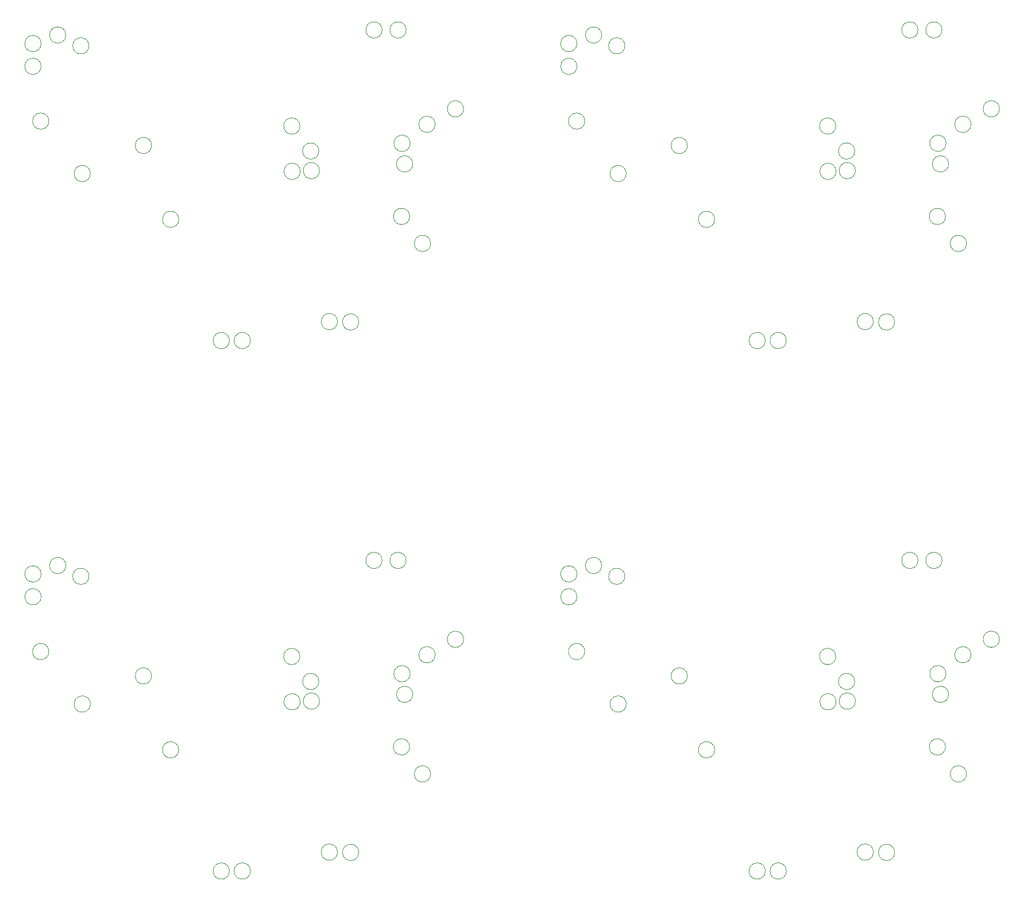
<source format=gbo>
G04 #@! TF.GenerationSoftware,KiCad,Pcbnew,6.0.0-d3dd2cf0fa~116~ubuntu20.04.1*
G04 #@! TF.CreationDate,2023-02-24T20:08:58+00:00*
G04 #@! TF.ProjectId,pixel-pump-mainboard-panel,70697865-6c2d-4707-956d-702d6d61696e,9*
G04 #@! TF.SameCoordinates,Original*
G04 #@! TF.FileFunction,Legend,Bot*
G04 #@! TF.FilePolarity,Positive*
%FSLAX46Y46*%
G04 Gerber Fmt 4.6, Leading zero omitted, Abs format (unit mm)*
G04 Created by KiCad (PCBNEW 6.0.0-d3dd2cf0fa~116~ubuntu20.04.1) date 2023-02-24 20:08:58*
%MOMM*%
%LPD*%
G01*
G04 APERTURE LIST*
%ADD10C,0.120000*%
G04 APERTURE END LIST*
D10*
G04 #@! TO.C,TP31*
X140693800Y-150005219D02*
G75*
G03*
X140693800Y-150005219I-1200000J0D01*
G01*
G04 #@! TO.C,TP1*
X45717200Y-74488799D02*
G75*
G03*
X45717200Y-74488799I-1200000J0D01*
G01*
G04 #@! TO.C,TP22*
X148186800Y-56175399D02*
G75*
G03*
X148186800Y-56175399I-1200000J0D01*
G01*
G04 #@! TO.C,TP24*
X77137000Y-118560019D02*
G75*
G03*
X77137000Y-118560019I-1200000J0D01*
G01*
G04 #@! TO.C,TP2*
X42618400Y-152748419D02*
G75*
G03*
X42618400Y-152748419I-1200000J0D01*
G01*
G04 #@! TO.C,TP31*
X61693800Y-71745599D02*
G75*
G03*
X61693800Y-71745599I-1200000J0D01*
G01*
G04 #@! TO.C,TP28*
X55801000Y-124783019D02*
G75*
G03*
X55801000Y-124783019I-1200000J0D01*
G01*
G04 #@! TO.C,TP5*
X35150800Y-134866819D02*
G75*
G03*
X35150800Y-134866819I-1200000J0D01*
G01*
G04 #@! TO.C,TP22*
X69186800Y-56175399D02*
G75*
G03*
X69186800Y-56175399I-1200000J0D01*
G01*
G04 #@! TO.C,TP11*
X31137600Y-45710599D02*
G75*
G03*
X31137600Y-45710599I-1200000J0D01*
G01*
G04 #@! TO.C,TP16*
X101120600Y-49850799D02*
G75*
G03*
X101120600Y-49850799I-1200000J0D01*
G01*
G04 #@! TO.C,TP11*
X31137600Y-123970219D02*
G75*
G03*
X31137600Y-123970219I-1200000J0D01*
G01*
G04 #@! TO.C,TP15*
X148644000Y-126688019D02*
G75*
G03*
X148644000Y-126688019I-1200000J0D01*
G01*
G04 #@! TO.C,TP14*
X148263000Y-45380399D02*
G75*
G03*
X148263000Y-45380399I-1200000J0D01*
G01*
G04 #@! TO.C,TP16*
X101120600Y-128110419D02*
G75*
G03*
X101120600Y-128110419I-1200000J0D01*
G01*
G04 #@! TO.C,TP1*
X124717200Y-74488799D02*
G75*
G03*
X124717200Y-74488799I-1200000J0D01*
G01*
G04 #@! TO.C,TP6*
X68669000Y-106922019D02*
G75*
G03*
X68669000Y-106922019I-1200000J0D01*
G01*
G04 #@! TO.C,TP5*
X114150800Y-56607199D02*
G75*
G03*
X114150800Y-56607199I-1200000J0D01*
G01*
G04 #@! TO.C,TP12*
X72946000Y-120846019D02*
G75*
G03*
X72946000Y-120846019I-1200000J0D01*
G01*
G04 #@! TO.C,TP26*
X53007000Y-121100019D02*
G75*
G03*
X53007000Y-121100019I-1200000J0D01*
G01*
G04 #@! TO.C,TP23*
X72285600Y-138422819D02*
G75*
G03*
X72285600Y-138422819I-1200000J0D01*
G01*
G04 #@! TO.C,TP10*
X14850000Y-112288019D02*
G75*
G03*
X14850000Y-112288019I-1200000J0D01*
G01*
G04 #@! TO.C,TP9*
X21917400Y-31003999D02*
G75*
G03*
X21917400Y-31003999I-1200000J0D01*
G01*
G04 #@! TO.C,TP22*
X148186800Y-134435019D02*
G75*
G03*
X148186800Y-134435019I-1200000J0D01*
G01*
G04 #@! TO.C,TP31*
X61693800Y-150005219D02*
G75*
G03*
X61693800Y-150005219I-1200000J0D01*
G01*
G04 #@! TO.C,TP13*
X95000000Y-42116399D02*
G75*
G03*
X95000000Y-42116399I-1200000J0D01*
G01*
G04 #@! TO.C,TP27*
X53057800Y-127780219D02*
G75*
G03*
X53057800Y-127780219I-1200000J0D01*
G01*
G04 #@! TO.C,TP10*
X93850000Y-34028399D02*
G75*
G03*
X93850000Y-34028399I-1200000J0D01*
G01*
G04 #@! TO.C,TP24*
X156137000Y-40300399D02*
G75*
G03*
X156137000Y-40300399I-1200000J0D01*
G01*
G04 #@! TO.C,TP16*
X22120600Y-49850799D02*
G75*
G03*
X22120600Y-49850799I-1200000J0D01*
G01*
G04 #@! TO.C,TP27*
X53057800Y-49520599D02*
G75*
G03*
X53057800Y-49520599I-1200000J0D01*
G01*
G04 #@! TO.C,TP23*
X151285600Y-60163199D02*
G75*
G03*
X151285600Y-60163199I-1200000J0D01*
G01*
G04 #@! TO.C,TP20*
X137544200Y-71694799D02*
G75*
G03*
X137544200Y-71694799I-1200000J0D01*
G01*
G04 #@! TO.C,TP26*
X132007000Y-42840399D02*
G75*
G03*
X132007000Y-42840399I-1200000J0D01*
G01*
G04 #@! TO.C,TP4*
X14850000Y-30666399D02*
G75*
G03*
X14850000Y-30666399I-1200000J0D01*
G01*
G04 #@! TO.C,TP31*
X140693800Y-71745599D02*
G75*
G03*
X140693800Y-71745599I-1200000J0D01*
G01*
G04 #@! TO.C,TP2*
X42618400Y-74488799D02*
G75*
G03*
X42618400Y-74488799I-1200000J0D01*
G01*
G04 #@! TO.C,TP28*
X134801000Y-46523399D02*
G75*
G03*
X134801000Y-46523399I-1200000J0D01*
G01*
G04 #@! TO.C,TP2*
X121618400Y-152748419D02*
G75*
G03*
X121618400Y-152748419I-1200000J0D01*
G01*
G04 #@! TO.C,TP27*
X132057800Y-127780219D02*
G75*
G03*
X132057800Y-127780219I-1200000J0D01*
G01*
G04 #@! TO.C,TP16*
X22120600Y-128110419D02*
G75*
G03*
X22120600Y-128110419I-1200000J0D01*
G01*
G04 #@! TO.C,TP5*
X35150800Y-56607199D02*
G75*
G03*
X35150800Y-56607199I-1200000J0D01*
G01*
G04 #@! TO.C,TP14*
X148263000Y-123640019D02*
G75*
G03*
X148263000Y-123640019I-1200000J0D01*
G01*
G04 #@! TO.C,TP20*
X58544200Y-71694799D02*
G75*
G03*
X58544200Y-71694799I-1200000J0D01*
G01*
G04 #@! TO.C,TP22*
X69186800Y-134435019D02*
G75*
G03*
X69186800Y-134435019I-1200000J0D01*
G01*
G04 #@! TO.C,TP20*
X137544200Y-149954419D02*
G75*
G03*
X137544200Y-149954419I-1200000J0D01*
G01*
G04 #@! TO.C,TP15*
X69644000Y-48428399D02*
G75*
G03*
X69644000Y-48428399I-1200000J0D01*
G01*
G04 #@! TO.C,TP2*
X121618400Y-74488799D02*
G75*
G03*
X121618400Y-74488799I-1200000J0D01*
G01*
G04 #@! TO.C,TP4*
X14850000Y-108926019D02*
G75*
G03*
X14850000Y-108926019I-1200000J0D01*
G01*
G04 #@! TO.C,TP20*
X58544200Y-149954419D02*
G75*
G03*
X58544200Y-149954419I-1200000J0D01*
G01*
G04 #@! TO.C,TP25*
X134902600Y-127678619D02*
G75*
G03*
X134902600Y-127678619I-1200000J0D01*
G01*
G04 #@! TO.C,TP24*
X77137000Y-40300399D02*
G75*
G03*
X77137000Y-40300399I-1200000J0D01*
G01*
G04 #@! TO.C,TP6*
X147669000Y-28662399D02*
G75*
G03*
X147669000Y-28662399I-1200000J0D01*
G01*
G04 #@! TO.C,TP13*
X95000000Y-120376019D02*
G75*
G03*
X95000000Y-120376019I-1200000J0D01*
G01*
G04 #@! TO.C,TP25*
X134902600Y-49418999D02*
G75*
G03*
X134902600Y-49418999I-1200000J0D01*
G01*
G04 #@! TO.C,TP11*
X110137600Y-123970219D02*
G75*
G03*
X110137600Y-123970219I-1200000J0D01*
G01*
G04 #@! TO.C,TP26*
X53007000Y-42840399D02*
G75*
G03*
X53007000Y-42840399I-1200000J0D01*
G01*
G04 #@! TO.C,TP9*
X100917400Y-109263619D02*
G75*
G03*
X100917400Y-109263619I-1200000J0D01*
G01*
G04 #@! TO.C,TP6*
X68669000Y-28662399D02*
G75*
G03*
X68669000Y-28662399I-1200000J0D01*
G01*
G04 #@! TO.C,TP23*
X72285600Y-60163199D02*
G75*
G03*
X72285600Y-60163199I-1200000J0D01*
G01*
G04 #@! TO.C,TP9*
X100917400Y-31003999D02*
G75*
G03*
X100917400Y-31003999I-1200000J0D01*
G01*
G04 #@! TO.C,TP11*
X110137600Y-45710599D02*
G75*
G03*
X110137600Y-45710599I-1200000J0D01*
G01*
G04 #@! TO.C,TP12*
X72946000Y-42586399D02*
G75*
G03*
X72946000Y-42586399I-1200000J0D01*
G01*
G04 #@! TO.C,TP7*
X97500000Y-29416399D02*
G75*
G03*
X97500000Y-29416399I-1200000J0D01*
G01*
G04 #@! TO.C,TP15*
X69644000Y-126688019D02*
G75*
G03*
X69644000Y-126688019I-1200000J0D01*
G01*
G04 #@! TO.C,TP28*
X134801000Y-124783019D02*
G75*
G03*
X134801000Y-124783019I-1200000J0D01*
G01*
G04 #@! TO.C,TP23*
X151285600Y-138422819D02*
G75*
G03*
X151285600Y-138422819I-1200000J0D01*
G01*
G04 #@! TO.C,TP28*
X55801000Y-46523399D02*
G75*
G03*
X55801000Y-46523399I-1200000J0D01*
G01*
G04 #@! TO.C,TP13*
X16000000Y-42116399D02*
G75*
G03*
X16000000Y-42116399I-1200000J0D01*
G01*
G04 #@! TO.C,TP14*
X69263000Y-45380399D02*
G75*
G03*
X69263000Y-45380399I-1200000J0D01*
G01*
G04 #@! TO.C,TP13*
X16000000Y-120376019D02*
G75*
G03*
X16000000Y-120376019I-1200000J0D01*
G01*
G04 #@! TO.C,TP12*
X151946000Y-42586399D02*
G75*
G03*
X151946000Y-42586399I-1200000J0D01*
G01*
G04 #@! TO.C,TP25*
X55902600Y-49418999D02*
G75*
G03*
X55902600Y-49418999I-1200000J0D01*
G01*
G04 #@! TO.C,TP10*
X14850000Y-34028399D02*
G75*
G03*
X14850000Y-34028399I-1200000J0D01*
G01*
G04 #@! TO.C,TP12*
X151946000Y-120846019D02*
G75*
G03*
X151946000Y-120846019I-1200000J0D01*
G01*
G04 #@! TO.C,TP3*
X65128000Y-28662399D02*
G75*
G03*
X65128000Y-28662399I-1200000J0D01*
G01*
G04 #@! TO.C,TP7*
X18500000Y-29416399D02*
G75*
G03*
X18500000Y-29416399I-1200000J0D01*
G01*
G04 #@! TO.C,TP25*
X55902600Y-127678619D02*
G75*
G03*
X55902600Y-127678619I-1200000J0D01*
G01*
G04 #@! TO.C,TP27*
X132057800Y-49520599D02*
G75*
G03*
X132057800Y-49520599I-1200000J0D01*
G01*
G04 #@! TO.C,TP26*
X132007000Y-121100019D02*
G75*
G03*
X132007000Y-121100019I-1200000J0D01*
G01*
G04 #@! TO.C,TP1*
X124717200Y-152748419D02*
G75*
G03*
X124717200Y-152748419I-1200000J0D01*
G01*
G04 #@! TO.C,TP4*
X93850000Y-108926019D02*
G75*
G03*
X93850000Y-108926019I-1200000J0D01*
G01*
G04 #@! TO.C,TP15*
X148644000Y-48428399D02*
G75*
G03*
X148644000Y-48428399I-1200000J0D01*
G01*
G04 #@! TO.C,TP7*
X97500000Y-107676019D02*
G75*
G03*
X97500000Y-107676019I-1200000J0D01*
G01*
G04 #@! TO.C,TP14*
X69263000Y-123640019D02*
G75*
G03*
X69263000Y-123640019I-1200000J0D01*
G01*
G04 #@! TO.C,TP10*
X93850000Y-112288019D02*
G75*
G03*
X93850000Y-112288019I-1200000J0D01*
G01*
G04 #@! TO.C,TP9*
X21917400Y-109263619D02*
G75*
G03*
X21917400Y-109263619I-1200000J0D01*
G01*
G04 #@! TO.C,TP1*
X45717200Y-152748419D02*
G75*
G03*
X45717200Y-152748419I-1200000J0D01*
G01*
G04 #@! TO.C,TP24*
X156137000Y-118560019D02*
G75*
G03*
X156137000Y-118560019I-1200000J0D01*
G01*
G04 #@! TO.C,TP3*
X144128000Y-106922019D02*
G75*
G03*
X144128000Y-106922019I-1200000J0D01*
G01*
X144128000Y-28662399D02*
G75*
G03*
X144128000Y-28662399I-1200000J0D01*
G01*
G04 #@! TO.C,TP7*
X18500000Y-107676019D02*
G75*
G03*
X18500000Y-107676019I-1200000J0D01*
G01*
G04 #@! TO.C,TP6*
X147669000Y-106922019D02*
G75*
G03*
X147669000Y-106922019I-1200000J0D01*
G01*
G04 #@! TO.C,TP3*
X65128000Y-106922019D02*
G75*
G03*
X65128000Y-106922019I-1200000J0D01*
G01*
G04 #@! TO.C,TP4*
X93850000Y-30666399D02*
G75*
G03*
X93850000Y-30666399I-1200000J0D01*
G01*
G04 #@! TO.C,TP5*
X114150800Y-134866819D02*
G75*
G03*
X114150800Y-134866819I-1200000J0D01*
G01*
G04 #@! TD*
M02*

</source>
